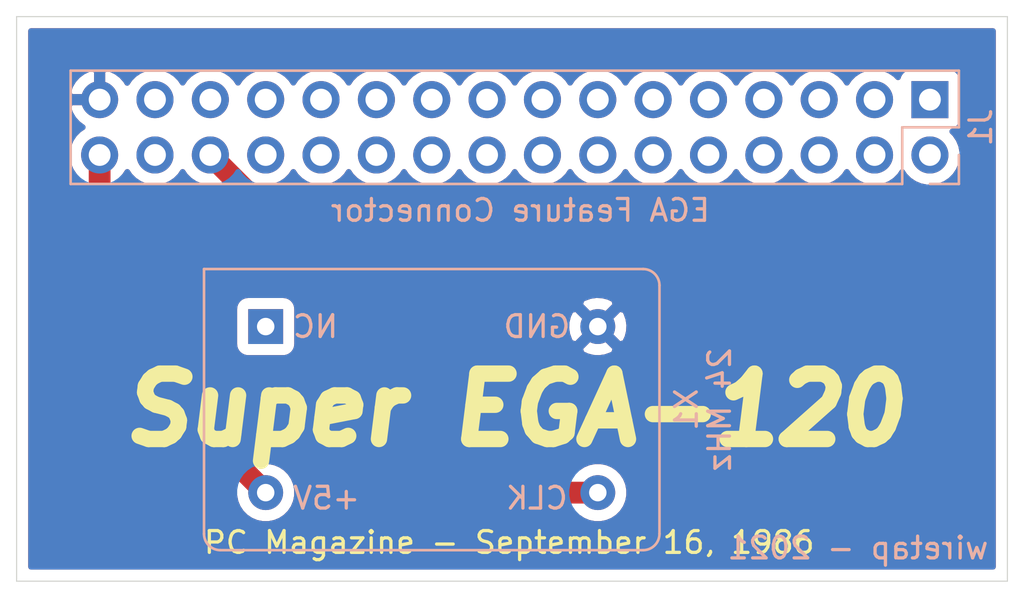
<source format=kicad_pcb>
(kicad_pcb (version 20171130) (host pcbnew "(5.1.6)-1")

  (general
    (thickness 1.6)
    (drawings 13)
    (tracks 4)
    (zones 0)
    (modules 2)
    (nets 34)
  )

  (page A4)
  (layers
    (0 F.Cu signal)
    (31 B.Cu signal)
    (32 B.Adhes user)
    (33 F.Adhes user)
    (34 B.Paste user)
    (35 F.Paste user)
    (36 B.SilkS user)
    (37 F.SilkS user)
    (38 B.Mask user)
    (39 F.Mask user)
    (40 Dwgs.User user)
    (41 Cmts.User user)
    (42 Eco1.User user)
    (43 Eco2.User user)
    (44 Edge.Cuts user)
    (45 Margin user)
    (46 B.CrtYd user)
    (47 F.CrtYd user)
    (48 B.Fab user)
    (49 F.Fab user)
  )

  (setup
    (last_trace_width 1)
    (user_trace_width 1)
    (trace_clearance 0.2)
    (zone_clearance 0.508)
    (zone_45_only no)
    (trace_min 0.2)
    (via_size 0.8)
    (via_drill 0.4)
    (via_min_size 0.4)
    (via_min_drill 0.3)
    (uvia_size 0.3)
    (uvia_drill 0.1)
    (uvias_allowed no)
    (uvia_min_size 0.2)
    (uvia_min_drill 0.1)
    (edge_width 0.05)
    (segment_width 0.2)
    (pcb_text_width 0.3)
    (pcb_text_size 1.5 1.5)
    (mod_edge_width 0.12)
    (mod_text_size 1 1)
    (mod_text_width 0.15)
    (pad_size 1.524 1.524)
    (pad_drill 0.762)
    (pad_to_mask_clearance 0.05)
    (aux_axis_origin 0 0)
    (visible_elements FFFFFF7F)
    (pcbplotparams
      (layerselection 0x010fc_ffffffff)
      (usegerberextensions false)
      (usegerberattributes true)
      (usegerberadvancedattributes true)
      (creategerberjobfile true)
      (excludeedgelayer true)
      (linewidth 0.100000)
      (plotframeref false)
      (viasonmask false)
      (mode 1)
      (useauxorigin false)
      (hpglpennumber 1)
      (hpglpenspeed 20)
      (hpglpendiameter 15.000000)
      (psnegative false)
      (psa4output false)
      (plotreference true)
      (plotvalue true)
      (plotinvisibletext false)
      (padsonsilk false)
      (subtractmaskfromsilk false)
      (outputformat 1)
      (mirror false)
      (drillshape 0)
      (scaleselection 1)
      (outputdirectory "//192.168.1.100/Personal/Charlie/Projects/EGA 120 Column Adapter/Super EGA-120/Super EGA-120/gerbers/"))
  )

  (net 0 "")
  (net 1 "Net-(J1-Pad1)")
  (net 2 "Net-(J1-Pad2)")
  (net 3 "Net-(J1-Pad3)")
  (net 4 "Net-(J1-Pad4)")
  (net 5 "Net-(J1-Pad5)")
  (net 6 "Net-(J1-Pad6)")
  (net 7 "Net-(J1-Pad7)")
  (net 8 "Net-(J1-Pad8)")
  (net 9 "Net-(J1-Pad9)")
  (net 10 "Net-(J1-Pad10)")
  (net 11 "Net-(J1-Pad11)")
  (net 12 "Net-(J1-Pad12)")
  (net 13 "Net-(J1-Pad13)")
  (net 14 "Net-(J1-Pad14)")
  (net 15 "Net-(J1-Pad15)")
  (net 16 "Net-(J1-Pad16)")
  (net 17 "Net-(J1-Pad17)")
  (net 18 "Net-(J1-Pad18)")
  (net 19 "Net-(J1-Pad19)")
  (net 20 "Net-(J1-Pad20)")
  (net 21 "Net-(J1-Pad21)")
  (net 22 "Net-(J1-Pad22)")
  (net 23 "Net-(J1-Pad23)")
  (net 24 "Net-(J1-Pad24)")
  (net 25 "Net-(J1-Pad25)")
  (net 26 "Net-(J1-Pad26)")
  (net 27 "Net-(J1-Pad27)")
  (net 28 "Net-(J1-Pad28)")
  (net 29 "Net-(J1-Pad29)")
  (net 30 "Net-(J1-Pad30)")
  (net 31 "Net-(J1-Pad31)")
  (net 32 "Net-(J1-Pad32)")
  (net 33 "Net-(X1-Pad1)")

  (net_class Default "This is the default net class."
    (clearance 0.2)
    (trace_width 0.25)
    (via_dia 0.8)
    (via_drill 0.4)
    (uvia_dia 0.3)
    (uvia_drill 0.1)
    (add_net "Net-(J1-Pad1)")
    (add_net "Net-(J1-Pad10)")
    (add_net "Net-(J1-Pad11)")
    (add_net "Net-(J1-Pad12)")
    (add_net "Net-(J1-Pad13)")
    (add_net "Net-(J1-Pad14)")
    (add_net "Net-(J1-Pad15)")
    (add_net "Net-(J1-Pad16)")
    (add_net "Net-(J1-Pad17)")
    (add_net "Net-(J1-Pad18)")
    (add_net "Net-(J1-Pad19)")
    (add_net "Net-(J1-Pad2)")
    (add_net "Net-(J1-Pad20)")
    (add_net "Net-(J1-Pad21)")
    (add_net "Net-(J1-Pad22)")
    (add_net "Net-(J1-Pad23)")
    (add_net "Net-(J1-Pad24)")
    (add_net "Net-(J1-Pad25)")
    (add_net "Net-(J1-Pad26)")
    (add_net "Net-(J1-Pad27)")
    (add_net "Net-(J1-Pad28)")
    (add_net "Net-(J1-Pad29)")
    (add_net "Net-(J1-Pad3)")
    (add_net "Net-(J1-Pad30)")
    (add_net "Net-(J1-Pad31)")
    (add_net "Net-(J1-Pad32)")
    (add_net "Net-(J1-Pad4)")
    (add_net "Net-(J1-Pad5)")
    (add_net "Net-(J1-Pad6)")
    (add_net "Net-(J1-Pad7)")
    (add_net "Net-(J1-Pad8)")
    (add_net "Net-(J1-Pad9)")
    (add_net "Net-(X1-Pad1)")
  )

  (module Connector_PinHeader_2.54mm:PinHeader_2x16_P2.54mm_Vertical (layer B.Cu) (tedit 60369D5E) (tstamp 6036A1F2)
    (at 165.862 89.662 90)
    (descr "Through hole straight pin header, 2x16, 2.54mm pitch, double rows")
    (tags "Through hole pin header THT 2x16 2.54mm double row")
    (path /603695F6)
    (fp_text reference J1 (at 1.27 2.33 90) (layer B.SilkS)
      (effects (font (size 1 1) (thickness 0.15)) (justify mirror))
    )
    (fp_text value "EGA Feature Connector" (at -2.54 -18.796 180) (layer B.Fab)
      (effects (font (size 1 1) (thickness 0.15)) (justify mirror))
    )
    (fp_line (start 4.35 1.8) (end -1.8 1.8) (layer B.CrtYd) (width 0.05))
    (fp_line (start 4.35 -39.9) (end 4.35 1.8) (layer B.CrtYd) (width 0.05))
    (fp_line (start -1.8 -39.9) (end 4.35 -39.9) (layer B.CrtYd) (width 0.05))
    (fp_line (start -1.8 1.8) (end -1.8 -39.9) (layer B.CrtYd) (width 0.05))
    (fp_line (start -1.33 1.33) (end 0 1.33) (layer B.SilkS) (width 0.12))
    (fp_line (start -1.33 0) (end -1.33 1.33) (layer B.SilkS) (width 0.12))
    (fp_line (start 1.27 1.33) (end 3.87 1.33) (layer B.SilkS) (width 0.12))
    (fp_line (start 1.27 -1.27) (end 1.27 1.33) (layer B.SilkS) (width 0.12))
    (fp_line (start -1.33 -1.27) (end 1.27 -1.27) (layer B.SilkS) (width 0.12))
    (fp_line (start 3.87 1.33) (end 3.87 -39.43) (layer B.SilkS) (width 0.12))
    (fp_line (start -1.33 -1.27) (end -1.33 -39.43) (layer B.SilkS) (width 0.12))
    (fp_line (start -1.33 -39.43) (end 3.87 -39.43) (layer B.SilkS) (width 0.12))
    (fp_line (start -1.27 0) (end 0 1.27) (layer B.Fab) (width 0.1))
    (fp_line (start -1.27 -39.37) (end -1.27 0) (layer B.Fab) (width 0.1))
    (fp_line (start 3.81 -39.37) (end -1.27 -39.37) (layer B.Fab) (width 0.1))
    (fp_line (start 3.81 1.27) (end 3.81 -39.37) (layer B.Fab) (width 0.1))
    (fp_line (start 0 1.27) (end 3.81 1.27) (layer B.Fab) (width 0.1))
    (fp_text user %R (at 1.27 -19.05) (layer B.Fab)
      (effects (font (size 1 1) (thickness 0.15)) (justify mirror))
    )
    (pad 2 thru_hole oval (at 0 0 90) (size 1.7 1.7) (drill 1) (layers *.Cu *.Mask)
      (net 2 "Net-(J1-Pad2)"))
    (pad 1 thru_hole rect (at 2.54 0 90) (size 1.7 1.7) (drill 1) (layers *.Cu *.Mask)
      (net 1 "Net-(J1-Pad1)"))
    (pad 4 thru_hole oval (at 0 -2.54 90) (size 1.7 1.7) (drill 1) (layers *.Cu *.Mask)
      (net 4 "Net-(J1-Pad4)"))
    (pad 3 thru_hole oval (at 2.54 -2.54 90) (size 1.7 1.7) (drill 1) (layers *.Cu *.Mask)
      (net 3 "Net-(J1-Pad3)"))
    (pad 6 thru_hole oval (at 0 -5.08 90) (size 1.7 1.7) (drill 1) (layers *.Cu *.Mask)
      (net 6 "Net-(J1-Pad6)"))
    (pad 5 thru_hole oval (at 2.54 -5.08 90) (size 1.7 1.7) (drill 1) (layers *.Cu *.Mask)
      (net 5 "Net-(J1-Pad5)"))
    (pad 8 thru_hole oval (at 0 -7.62 90) (size 1.7 1.7) (drill 1) (layers *.Cu *.Mask)
      (net 8 "Net-(J1-Pad8)"))
    (pad 7 thru_hole oval (at 2.54 -7.62 90) (size 1.7 1.7) (drill 1) (layers *.Cu *.Mask)
      (net 7 "Net-(J1-Pad7)"))
    (pad 10 thru_hole oval (at 0 -10.16 90) (size 1.7 1.7) (drill 1) (layers *.Cu *.Mask)
      (net 10 "Net-(J1-Pad10)"))
    (pad 9 thru_hole oval (at 2.54 -10.16 90) (size 1.7 1.7) (drill 1) (layers *.Cu *.Mask)
      (net 9 "Net-(J1-Pad9)"))
    (pad 12 thru_hole oval (at 0 -12.7 90) (size 1.7 1.7) (drill 1) (layers *.Cu *.Mask)
      (net 12 "Net-(J1-Pad12)"))
    (pad 11 thru_hole oval (at 2.54 -12.7 90) (size 1.7 1.7) (drill 1) (layers *.Cu *.Mask)
      (net 11 "Net-(J1-Pad11)"))
    (pad 14 thru_hole oval (at 0 -15.24 90) (size 1.7 1.7) (drill 1) (layers *.Cu *.Mask)
      (net 14 "Net-(J1-Pad14)"))
    (pad 13 thru_hole oval (at 2.54 -15.24 90) (size 1.7 1.7) (drill 1) (layers *.Cu *.Mask)
      (net 13 "Net-(J1-Pad13)"))
    (pad 16 thru_hole oval (at 0 -17.78 90) (size 1.7 1.7) (drill 1) (layers *.Cu *.Mask)
      (net 16 "Net-(J1-Pad16)"))
    (pad 15 thru_hole oval (at 2.54 -17.78 90) (size 1.7 1.7) (drill 1) (layers *.Cu *.Mask)
      (net 15 "Net-(J1-Pad15)"))
    (pad 18 thru_hole oval (at 0 -20.32 90) (size 1.7 1.7) (drill 1) (layers *.Cu *.Mask)
      (net 18 "Net-(J1-Pad18)"))
    (pad 17 thru_hole oval (at 2.54 -20.32 90) (size 1.7 1.7) (drill 1) (layers *.Cu *.Mask)
      (net 17 "Net-(J1-Pad17)"))
    (pad 20 thru_hole oval (at 0 -22.86 90) (size 1.7 1.7) (drill 1) (layers *.Cu *.Mask)
      (net 20 "Net-(J1-Pad20)"))
    (pad 19 thru_hole oval (at 2.54 -22.86 90) (size 1.7 1.7) (drill 1) (layers *.Cu *.Mask)
      (net 19 "Net-(J1-Pad19)"))
    (pad 22 thru_hole oval (at 0 -25.4 90) (size 1.7 1.7) (drill 1) (layers *.Cu *.Mask)
      (net 22 "Net-(J1-Pad22)"))
    (pad 21 thru_hole oval (at 2.54 -25.4 90) (size 1.7 1.7) (drill 1) (layers *.Cu *.Mask)
      (net 21 "Net-(J1-Pad21)"))
    (pad 24 thru_hole oval (at 0 -27.94 90) (size 1.7 1.7) (drill 1) (layers *.Cu *.Mask)
      (net 24 "Net-(J1-Pad24)"))
    (pad 23 thru_hole oval (at 2.54 -27.94 90) (size 1.7 1.7) (drill 1) (layers *.Cu *.Mask)
      (net 23 "Net-(J1-Pad23)"))
    (pad 26 thru_hole oval (at 0 -30.48 90) (size 1.7 1.7) (drill 1) (layers *.Cu *.Mask)
      (net 26 "Net-(J1-Pad26)"))
    (pad 25 thru_hole oval (at 2.54 -30.48 90) (size 1.7 1.7) (drill 1) (layers *.Cu *.Mask)
      (net 25 "Net-(J1-Pad25)"))
    (pad 28 thru_hole oval (at 0 -33.02 90) (size 1.7 1.7) (drill 1) (layers *.Cu *.Mask)
      (net 28 "Net-(J1-Pad28)"))
    (pad 27 thru_hole oval (at 2.54 -33.02 90) (size 1.7 1.7) (drill 1) (layers *.Cu *.Mask)
      (net 27 "Net-(J1-Pad27)"))
    (pad 30 thru_hole oval (at 0 -35.56 90) (size 1.7 1.7) (drill 1) (layers *.Cu *.Mask)
      (net 30 "Net-(J1-Pad30)"))
    (pad 29 thru_hole oval (at 2.54 -35.56 90) (size 1.7 1.7) (drill 1) (layers *.Cu *.Mask)
      (net 29 "Net-(J1-Pad29)"))
    (pad 32 thru_hole oval (at 0 -38.1 90) (size 1.7 1.7) (drill 1) (layers *.Cu *.Mask)
      (net 32 "Net-(J1-Pad32)"))
    (pad 31 thru_hole oval (at 2.54 -38.1 90) (size 1.7 1.7) (drill 1) (layers *.Cu *.Mask)
      (net 31 "Net-(J1-Pad31)"))
    (model ${KISYS3DMOD}/Connector_PinHeader_2.54mm.3dshapes/PinHeader_2x16_P2.54mm_Vertical.wrl
      (at (xyz 0 0 0))
      (scale (xyz 1 1 1))
      (rotate (xyz 0 0 0))
    )
  )

  (module Oscillator:Oscillator_DIP-14 (layer B.Cu) (tedit 58CD3344) (tstamp 6036A214)
    (at 135.382 97.536)
    (descr "Oscillator, DIP14, http://cdn-reichelt.de/documents/datenblatt/B400/OSZI.pdf")
    (tags oscillator)
    (path /603706F9)
    (fp_text reference X1 (at 19.304 3.81 90) (layer B.SilkS)
      (effects (font (size 1 1) (thickness 0.15)) (justify mirror))
    )
    (fp_text value 24MHz (at 7.62 5.588) (layer B.Fab)
      (effects (font (size 1 1) (thickness 0.15)) (justify mirror))
    )
    (fp_line (start -2.73 -2.54) (end -2.73 9.51) (layer B.Fab) (width 0.1))
    (fp_line (start -2.08 10.16) (end 17.32 10.16) (layer B.Fab) (width 0.1))
    (fp_line (start 17.97 9.51) (end 17.97 -1.89) (layer B.Fab) (width 0.1))
    (fp_line (start -2.73 -2.54) (end 17.32 -2.54) (layer B.Fab) (width 0.1))
    (fp_line (start -2.83 -2.64) (end 17.32 -2.64) (layer B.SilkS) (width 0.12))
    (fp_line (start 18.07 -1.89) (end 18.07 9.51) (layer B.SilkS) (width 0.12))
    (fp_line (start 17.32 10.26) (end -2.08 10.26) (layer B.SilkS) (width 0.12))
    (fp_line (start -2.83 9.51) (end -2.83 -2.64) (layer B.SilkS) (width 0.12))
    (fp_line (start -1.73 -1.54) (end 16.62 -1.54) (layer B.Fab) (width 0.1))
    (fp_line (start -1.73 -1.54) (end -1.73 8.81) (layer B.Fab) (width 0.1))
    (fp_line (start -1.38 9.16) (end 16.62 9.16) (layer B.Fab) (width 0.1))
    (fp_line (start 16.97 -1.19) (end 16.97 8.81) (layer B.Fab) (width 0.1))
    (fp_line (start -2.98 -2.79) (end 18.22 -2.79) (layer B.CrtYd) (width 0.05))
    (fp_line (start -2.98 10.41) (end -2.98 -2.79) (layer B.CrtYd) (width 0.05))
    (fp_line (start 18.22 10.41) (end -2.98 10.41) (layer B.CrtYd) (width 0.05))
    (fp_line (start 18.22 -2.79) (end 18.22 10.41) (layer B.CrtYd) (width 0.05))
    (fp_text user %R (at 7.62 3.81) (layer B.Fab)
      (effects (font (size 1 1) (thickness 0.15)) (justify mirror))
    )
    (fp_arc (start 16.62 -1.19) (end 16.97 -1.19) (angle -90) (layer B.Fab) (width 0.1))
    (fp_arc (start 16.62 8.81) (end 16.62 9.16) (angle -90) (layer B.Fab) (width 0.1))
    (fp_arc (start -1.38 8.81) (end -1.73 8.81) (angle -90) (layer B.Fab) (width 0.1))
    (fp_arc (start 17.32 -1.89) (end 18.07 -1.89) (angle -90) (layer B.SilkS) (width 0.12))
    (fp_arc (start 17.32 9.51) (end 17.32 10.26) (angle -90) (layer B.SilkS) (width 0.12))
    (fp_arc (start -2.08 9.51) (end -2.83 9.51) (angle -90) (layer B.SilkS) (width 0.12))
    (fp_arc (start 17.32 -1.89) (end 17.97 -1.89) (angle -90) (layer B.Fab) (width 0.1))
    (fp_arc (start 17.32 9.51) (end 17.32 10.16) (angle -90) (layer B.Fab) (width 0.1))
    (fp_arc (start -2.08 9.51) (end -2.73 9.51) (angle -90) (layer B.Fab) (width 0.1))
    (pad 1 thru_hole rect (at 0 0) (size 1.6 1.6) (drill 0.8) (layers *.Cu *.Mask)
      (net 33 "Net-(X1-Pad1)"))
    (pad 14 thru_hole circle (at 0 7.62) (size 1.6 1.6) (drill 0.8) (layers *.Cu *.Mask)
      (net 32 "Net-(J1-Pad32)"))
    (pad 8 thru_hole circle (at 15.24 7.62) (size 1.6 1.6) (drill 0.8) (layers *.Cu *.Mask)
      (net 28 "Net-(J1-Pad28)"))
    (pad 7 thru_hole circle (at 15.24 0) (size 1.6 1.6) (drill 0.8) (layers *.Cu *.Mask)
      (net 31 "Net-(J1-Pad31)"))
    (model ${KISYS3DMOD}/Oscillator.3dshapes/Oscillator_DIP-14.wrl
      (at (xyz 0 0 0))
      (scale (xyz 1 1 1))
      (rotate (xyz 0 0 0))
    )
  )

  (gr_text "PC Magazine - September 16, 1986" (at 146.558 107.442) (layer F.SilkS)
    (effects (font (size 1 1) (thickness 0.15)))
  )
  (gr_text "wiretap - 2021" (at 162.56 107.696) (layer B.SilkS)
    (effects (font (size 1 1) (thickness 0.15)) (justify mirror))
  )
  (gr_text "Super EGA-120" (at 146.812 101.346) (layer F.SilkS)
    (effects (font (size 3 3) (thickness 0.75) italic))
  )
  (gr_text "24 MHz" (at 156.21 101.346 90) (layer B.SilkS)
    (effects (font (size 1 1) (thickness 0.15)) (justify mirror))
  )
  (gr_text "EGA Feature Connector" (at 147.066 92.202) (layer B.SilkS)
    (effects (font (size 1 1) (thickness 0.15)) (justify mirror))
  )
  (gr_line (start 123.952 109.22) (end 123.952 83.312) (layer Edge.Cuts) (width 0.05) (tstamp 60370CA8))
  (gr_line (start 169.418 109.22) (end 123.952 109.22) (layer Edge.Cuts) (width 0.05))
  (gr_line (start 169.418 83.312) (end 169.418 109.22) (layer Edge.Cuts) (width 0.05))
  (gr_line (start 123.952 83.312) (end 169.418 83.312) (layer Edge.Cuts) (width 0.05))
  (gr_text +5V (at 138.176 105.41) (layer B.SilkS)
    (effects (font (size 1 1) (thickness 0.15)) (justify mirror))
  )
  (gr_text CLK (at 147.828 105.41) (layer B.SilkS)
    (effects (font (size 1 1) (thickness 0.15)) (justify mirror))
  )
  (gr_text NC (at 137.668 97.536) (layer B.SilkS)
    (effects (font (size 1 1) (thickness 0.15)) (justify mirror))
  )
  (gr_text GND (at 147.828 97.536) (layer B.SilkS)
    (effects (font (size 1 1) (thickness 0.15)) (justify mirror))
  )

  (segment (start 148.336 105.156) (end 132.842 89.662) (width 1) (layer F.Cu) (net 28))
  (segment (start 150.622 105.156) (end 148.336 105.156) (width 1) (layer F.Cu) (net 28))
  (segment (start 127.762 97.536) (end 127.762 89.662) (width 1) (layer F.Cu) (net 32))
  (segment (start 135.382 105.156) (end 127.762 97.536) (width 1) (layer F.Cu) (net 32))

  (zone (net 31) (net_name "Net-(J1-Pad31)") (layer B.Cu) (tstamp 60371435) (hatch edge 0.508)
    (connect_pads (clearance 0.508))
    (min_thickness 0.254)
    (fill yes (arc_segments 32) (thermal_gap 0.508) (thermal_bridge_width 0.508))
    (polygon
      (pts
        (xy 170.18 109.982) (xy 123.19 109.982) (xy 123.19 82.55) (xy 170.18 82.55)
      )
    )
    (filled_polygon
      (pts
        (xy 168.758001 108.56) (xy 124.612 108.56) (xy 124.612 105.014665) (xy 133.947 105.014665) (xy 133.947 105.297335)
        (xy 134.002147 105.574574) (xy 134.11032 105.835727) (xy 134.267363 106.070759) (xy 134.467241 106.270637) (xy 134.702273 106.42768)
        (xy 134.963426 106.535853) (xy 135.240665 106.591) (xy 135.523335 106.591) (xy 135.800574 106.535853) (xy 136.061727 106.42768)
        (xy 136.296759 106.270637) (xy 136.496637 106.070759) (xy 136.65368 105.835727) (xy 136.761853 105.574574) (xy 136.817 105.297335)
        (xy 136.817 105.014665) (xy 149.187 105.014665) (xy 149.187 105.297335) (xy 149.242147 105.574574) (xy 149.35032 105.835727)
        (xy 149.507363 106.070759) (xy 149.707241 106.270637) (xy 149.942273 106.42768) (xy 150.203426 106.535853) (xy 150.480665 106.591)
        (xy 150.763335 106.591) (xy 151.040574 106.535853) (xy 151.301727 106.42768) (xy 151.536759 106.270637) (xy 151.736637 106.070759)
        (xy 151.89368 105.835727) (xy 152.001853 105.574574) (xy 152.057 105.297335) (xy 152.057 105.014665) (xy 152.001853 104.737426)
        (xy 151.89368 104.476273) (xy 151.736637 104.241241) (xy 151.536759 104.041363) (xy 151.301727 103.88432) (xy 151.040574 103.776147)
        (xy 150.763335 103.721) (xy 150.480665 103.721) (xy 150.203426 103.776147) (xy 149.942273 103.88432) (xy 149.707241 104.041363)
        (xy 149.507363 104.241241) (xy 149.35032 104.476273) (xy 149.242147 104.737426) (xy 149.187 105.014665) (xy 136.817 105.014665)
        (xy 136.761853 104.737426) (xy 136.65368 104.476273) (xy 136.496637 104.241241) (xy 136.296759 104.041363) (xy 136.061727 103.88432)
        (xy 135.800574 103.776147) (xy 135.523335 103.721) (xy 135.240665 103.721) (xy 134.963426 103.776147) (xy 134.702273 103.88432)
        (xy 134.467241 104.041363) (xy 134.267363 104.241241) (xy 134.11032 104.476273) (xy 134.002147 104.737426) (xy 133.947 105.014665)
        (xy 124.612 105.014665) (xy 124.612 96.736) (xy 133.943928 96.736) (xy 133.943928 98.336) (xy 133.956188 98.460482)
        (xy 133.992498 98.58018) (xy 134.051463 98.690494) (xy 134.130815 98.787185) (xy 134.227506 98.866537) (xy 134.33782 98.925502)
        (xy 134.457518 98.961812) (xy 134.582 98.974072) (xy 136.182 98.974072) (xy 136.306482 98.961812) (xy 136.42618 98.925502)
        (xy 136.536494 98.866537) (xy 136.633185 98.787185) (xy 136.712537 98.690494) (xy 136.771502 98.58018) (xy 136.787117 98.528702)
        (xy 149.808903 98.528702) (xy 149.880486 98.772671) (xy 150.135996 98.893571) (xy 150.410184 98.9623) (xy 150.692512 98.976217)
        (xy 150.97213 98.934787) (xy 151.238292 98.839603) (xy 151.363514 98.772671) (xy 151.435097 98.528702) (xy 150.622 97.715605)
        (xy 149.808903 98.528702) (xy 136.787117 98.528702) (xy 136.807812 98.460482) (xy 136.820072 98.336) (xy 136.820072 97.606512)
        (xy 149.181783 97.606512) (xy 149.223213 97.88613) (xy 149.318397 98.152292) (xy 149.385329 98.277514) (xy 149.629298 98.349097)
        (xy 150.442395 97.536) (xy 150.801605 97.536) (xy 151.614702 98.349097) (xy 151.858671 98.277514) (xy 151.979571 98.022004)
        (xy 152.0483 97.747816) (xy 152.062217 97.465488) (xy 152.020787 97.18587) (xy 151.925603 96.919708) (xy 151.858671 96.794486)
        (xy 151.614702 96.722903) (xy 150.801605 97.536) (xy 150.442395 97.536) (xy 149.629298 96.722903) (xy 149.385329 96.794486)
        (xy 149.264429 97.049996) (xy 149.1957 97.324184) (xy 149.181783 97.606512) (xy 136.820072 97.606512) (xy 136.820072 96.736)
        (xy 136.807812 96.611518) (xy 136.787118 96.543298) (xy 149.808903 96.543298) (xy 150.622 97.356395) (xy 151.435097 96.543298)
        (xy 151.363514 96.299329) (xy 151.108004 96.178429) (xy 150.833816 96.1097) (xy 150.551488 96.095783) (xy 150.27187 96.137213)
        (xy 150.005708 96.232397) (xy 149.880486 96.299329) (xy 149.808903 96.543298) (xy 136.787118 96.543298) (xy 136.771502 96.49182)
        (xy 136.712537 96.381506) (xy 136.633185 96.284815) (xy 136.536494 96.205463) (xy 136.42618 96.146498) (xy 136.306482 96.110188)
        (xy 136.182 96.097928) (xy 134.582 96.097928) (xy 134.457518 96.110188) (xy 134.33782 96.146498) (xy 134.227506 96.205463)
        (xy 134.130815 96.284815) (xy 134.051463 96.381506) (xy 133.992498 96.49182) (xy 133.956188 96.611518) (xy 133.943928 96.736)
        (xy 124.612 96.736) (xy 124.612 89.51574) (xy 126.277 89.51574) (xy 126.277 89.80826) (xy 126.334068 90.095158)
        (xy 126.44601 90.365411) (xy 126.608525 90.608632) (xy 126.815368 90.815475) (xy 127.058589 90.97799) (xy 127.328842 91.089932)
        (xy 127.61574 91.147) (xy 127.90826 91.147) (xy 128.195158 91.089932) (xy 128.465411 90.97799) (xy 128.708632 90.815475)
        (xy 128.915475 90.608632) (xy 129.032 90.43424) (xy 129.148525 90.608632) (xy 129.355368 90.815475) (xy 129.598589 90.97799)
        (xy 129.868842 91.089932) (xy 130.15574 91.147) (xy 130.44826 91.147) (xy 130.735158 91.089932) (xy 131.005411 90.97799)
        (xy 131.248632 90.815475) (xy 131.455475 90.608632) (xy 131.572 90.43424) (xy 131.688525 90.608632) (xy 131.895368 90.815475)
        (xy 132.138589 90.97799) (xy 132.408842 91.089932) (xy 132.69574 91.147) (xy 132.98826 91.147) (xy 133.275158 91.089932)
        (xy 133.545411 90.97799) (xy 133.788632 90.815475) (xy 133.995475 90.608632) (xy 134.112 90.43424) (xy 134.228525 90.608632)
        (xy 134.435368 90.815475) (xy 134.678589 90.97799) (xy 134.948842 91.089932) (xy 135.23574 91.147) (xy 135.52826 91.147)
        (xy 135.815158 91.089932) (xy 136.085411 90.97799) (xy 136.328632 90.815475) (xy 136.535475 90.608632) (xy 136.652 90.43424)
        (xy 136.768525 90.608632) (xy 136.975368 90.815475) (xy 137.218589 90.97799) (xy 137.488842 91.089932) (xy 137.77574 91.147)
        (xy 138.06826 91.147) (xy 138.355158 91.089932) (xy 138.625411 90.97799) (xy 138.868632 90.815475) (xy 139.075475 90.608632)
        (xy 139.192 90.43424) (xy 139.308525 90.608632) (xy 139.515368 90.815475) (xy 139.758589 90.97799) (xy 140.028842 91.089932)
        (xy 140.31574 91.147) (xy 140.60826 91.147) (xy 140.895158 91.089932) (xy 141.165411 90.97799) (xy 141.408632 90.815475)
        (xy 141.615475 90.608632) (xy 141.732 90.43424) (xy 141.848525 90.608632) (xy 142.055368 90.815475) (xy 142.298589 90.97799)
        (xy 142.568842 91.089932) (xy 142.85574 91.147) (xy 143.14826 91.147) (xy 143.435158 91.089932) (xy 143.705411 90.97799)
        (xy 143.948632 90.815475) (xy 144.155475 90.608632) (xy 144.272 90.43424) (xy 144.388525 90.608632) (xy 144.595368 90.815475)
        (xy 144.838589 90.97799) (xy 145.108842 91.089932) (xy 145.39574 91.147) (xy 145.68826 91.147) (xy 145.975158 91.089932)
        (xy 146.245411 90.97799) (xy 146.488632 90.815475) (xy 146.695475 90.608632) (xy 146.812 90.43424) (xy 146.928525 90.608632)
        (xy 147.135368 90.815475) (xy 147.378589 90.97799) (xy 147.648842 91.089932) (xy 147.93574 91.147) (xy 148.22826 91.147)
        (xy 148.515158 91.089932) (xy 148.785411 90.97799) (xy 149.028632 90.815475) (xy 149.235475 90.608632) (xy 149.352 90.43424)
        (xy 149.468525 90.608632) (xy 149.675368 90.815475) (xy 149.918589 90.97799) (xy 150.188842 91.089932) (xy 150.47574 91.147)
        (xy 150.76826 91.147) (xy 151.055158 91.089932) (xy 151.325411 90.97799) (xy 151.568632 90.815475) (xy 151.775475 90.608632)
        (xy 151.892 90.43424) (xy 152.008525 90.608632) (xy 152.215368 90.815475) (xy 152.458589 90.97799) (xy 152.728842 91.089932)
        (xy 153.01574 91.147) (xy 153.30826 91.147) (xy 153.595158 91.089932) (xy 153.865411 90.97799) (xy 154.108632 90.815475)
        (xy 154.315475 90.608632) (xy 154.432 90.43424) (xy 154.548525 90.608632) (xy 154.755368 90.815475) (xy 154.998589 90.97799)
        (xy 155.268842 91.089932) (xy 155.55574 91.147) (xy 155.84826 91.147) (xy 156.135158 91.089932) (xy 156.405411 90.97799)
        (xy 156.648632 90.815475) (xy 156.855475 90.608632) (xy 156.972 90.43424) (xy 157.088525 90.608632) (xy 157.295368 90.815475)
        (xy 157.538589 90.97799) (xy 157.808842 91.089932) (xy 158.09574 91.147) (xy 158.38826 91.147) (xy 158.675158 91.089932)
        (xy 158.945411 90.97799) (xy 159.188632 90.815475) (xy 159.395475 90.608632) (xy 159.512 90.43424) (xy 159.628525 90.608632)
        (xy 159.835368 90.815475) (xy 160.078589 90.97799) (xy 160.348842 91.089932) (xy 160.63574 91.147) (xy 160.92826 91.147)
        (xy 161.215158 91.089932) (xy 161.485411 90.97799) (xy 161.728632 90.815475) (xy 161.935475 90.608632) (xy 162.052 90.43424)
        (xy 162.168525 90.608632) (xy 162.375368 90.815475) (xy 162.618589 90.97799) (xy 162.888842 91.089932) (xy 163.17574 91.147)
        (xy 163.46826 91.147) (xy 163.755158 91.089932) (xy 164.025411 90.97799) (xy 164.268632 90.815475) (xy 164.475475 90.608632)
        (xy 164.592 90.43424) (xy 164.708525 90.608632) (xy 164.915368 90.815475) (xy 165.158589 90.97799) (xy 165.428842 91.089932)
        (xy 165.71574 91.147) (xy 166.00826 91.147) (xy 166.295158 91.089932) (xy 166.565411 90.97799) (xy 166.808632 90.815475)
        (xy 167.015475 90.608632) (xy 167.17799 90.365411) (xy 167.289932 90.095158) (xy 167.347 89.80826) (xy 167.347 89.51574)
        (xy 167.289932 89.228842) (xy 167.17799 88.958589) (xy 167.015475 88.715368) (xy 166.88362 88.583513) (xy 166.95618 88.561502)
        (xy 167.066494 88.502537) (xy 167.163185 88.423185) (xy 167.242537 88.326494) (xy 167.301502 88.21618) (xy 167.337812 88.096482)
        (xy 167.350072 87.972) (xy 167.350072 86.272) (xy 167.337812 86.147518) (xy 167.301502 86.02782) (xy 167.242537 85.917506)
        (xy 167.163185 85.820815) (xy 167.066494 85.741463) (xy 166.95618 85.682498) (xy 166.836482 85.646188) (xy 166.712 85.633928)
        (xy 165.012 85.633928) (xy 164.887518 85.646188) (xy 164.76782 85.682498) (xy 164.657506 85.741463) (xy 164.560815 85.820815)
        (xy 164.481463 85.917506) (xy 164.422498 86.02782) (xy 164.400487 86.10038) (xy 164.268632 85.968525) (xy 164.025411 85.80601)
        (xy 163.755158 85.694068) (xy 163.46826 85.637) (xy 163.17574 85.637) (xy 162.888842 85.694068) (xy 162.618589 85.80601)
        (xy 162.375368 85.968525) (xy 162.168525 86.175368) (xy 162.052 86.34976) (xy 161.935475 86.175368) (xy 161.728632 85.968525)
        (xy 161.485411 85.80601) (xy 161.215158 85.694068) (xy 160.92826 85.637) (xy 160.63574 85.637) (xy 160.348842 85.694068)
        (xy 160.078589 85.80601) (xy 159.835368 85.968525) (xy 159.628525 86.175368) (xy 159.512 86.34976) (xy 159.395475 86.175368)
        (xy 159.188632 85.968525) (xy 158.945411 85.80601) (xy 158.675158 85.694068) (xy 158.38826 85.637) (xy 158.09574 85.637)
        (xy 157.808842 85.694068) (xy 157.538589 85.80601) (xy 157.295368 85.968525) (xy 157.088525 86.175368) (xy 156.972 86.34976)
        (xy 156.855475 86.175368) (xy 156.648632 85.968525) (xy 156.405411 85.80601) (xy 156.135158 85.694068) (xy 155.84826 85.637)
        (xy 155.55574 85.637) (xy 155.268842 85.694068) (xy 154.998589 85.80601) (xy 154.755368 85.968525) (xy 154.548525 86.175368)
        (xy 154.432 86.34976) (xy 154.315475 86.175368) (xy 154.108632 85.968525) (xy 153.865411 85.80601) (xy 153.595158 85.694068)
        (xy 153.30826 85.637) (xy 153.01574 85.637) (xy 152.728842 85.694068) (xy 152.458589 85.80601) (xy 152.215368 85.968525)
        (xy 152.008525 86.175368) (xy 151.892 86.34976) (xy 151.775475 86.175368) (xy 151.568632 85.968525) (xy 151.325411 85.80601)
        (xy 151.055158 85.694068) (xy 150.76826 85.637) (xy 150.47574 85.637) (xy 150.188842 85.694068) (xy 149.918589 85.80601)
        (xy 149.675368 85.968525) (xy 149.468525 86.175368) (xy 149.352 86.34976) (xy 149.235475 86.175368) (xy 149.028632 85.968525)
        (xy 148.785411 85.80601) (xy 148.515158 85.694068) (xy 148.22826 85.637) (xy 147.93574 85.637) (xy 147.648842 85.694068)
        (xy 147.378589 85.80601) (xy 147.135368 85.968525) (xy 146.928525 86.175368) (xy 146.812 86.34976) (xy 146.695475 86.175368)
        (xy 146.488632 85.968525) (xy 146.245411 85.80601) (xy 145.975158 85.694068) (xy 145.68826 85.637) (xy 145.39574 85.637)
        (xy 145.108842 85.694068) (xy 144.838589 85.80601) (xy 144.595368 85.968525) (xy 144.388525 86.175368) (xy 144.272 86.34976)
        (xy 144.155475 86.175368) (xy 143.948632 85.968525) (xy 143.705411 85.80601) (xy 143.435158 85.694068) (xy 143.14826 85.637)
        (xy 142.85574 85.637) (xy 142.568842 85.694068) (xy 142.298589 85.80601) (xy 142.055368 85.968525) (xy 141.848525 86.175368)
        (xy 141.732 86.34976) (xy 141.615475 86.175368) (xy 141.408632 85.968525) (xy 141.165411 85.80601) (xy 140.895158 85.694068)
        (xy 140.60826 85.637) (xy 140.31574 85.637) (xy 140.028842 85.694068) (xy 139.758589 85.80601) (xy 139.515368 85.968525)
        (xy 139.308525 86.175368) (xy 139.192 86.34976) (xy 139.075475 86.175368) (xy 138.868632 85.968525) (xy 138.625411 85.80601)
        (xy 138.355158 85.694068) (xy 138.06826 85.637) (xy 137.77574 85.637) (xy 137.488842 85.694068) (xy 137.218589 85.80601)
        (xy 136.975368 85.968525) (xy 136.768525 86.175368) (xy 136.652 86.34976) (xy 136.535475 86.175368) (xy 136.328632 85.968525)
        (xy 136.085411 85.80601) (xy 135.815158 85.694068) (xy 135.52826 85.637) (xy 135.23574 85.637) (xy 134.948842 85.694068)
        (xy 134.678589 85.80601) (xy 134.435368 85.968525) (xy 134.228525 86.175368) (xy 134.112 86.34976) (xy 133.995475 86.175368)
        (xy 133.788632 85.968525) (xy 133.545411 85.80601) (xy 133.275158 85.694068) (xy 132.98826 85.637) (xy 132.69574 85.637)
        (xy 132.408842 85.694068) (xy 132.138589 85.80601) (xy 131.895368 85.968525) (xy 131.688525 86.175368) (xy 131.572 86.34976)
        (xy 131.455475 86.175368) (xy 131.248632 85.968525) (xy 131.005411 85.80601) (xy 130.735158 85.694068) (xy 130.44826 85.637)
        (xy 130.15574 85.637) (xy 129.868842 85.694068) (xy 129.598589 85.80601) (xy 129.355368 85.968525) (xy 129.148525 86.175368)
        (xy 129.026805 86.357534) (xy 128.957178 86.240645) (xy 128.762269 86.024412) (xy 128.52892 85.850359) (xy 128.266099 85.725175)
        (xy 128.11889 85.680524) (xy 127.889 85.801845) (xy 127.889 86.995) (xy 127.909 86.995) (xy 127.909 87.249)
        (xy 127.889 87.249) (xy 127.889 87.269) (xy 127.635 87.269) (xy 127.635 87.249) (xy 126.441186 87.249)
        (xy 126.320519 87.478891) (xy 126.417843 87.753252) (xy 126.566822 88.003355) (xy 126.761731 88.219588) (xy 126.991406 88.3909)
        (xy 126.815368 88.508525) (xy 126.608525 88.715368) (xy 126.44601 88.958589) (xy 126.334068 89.228842) (xy 126.277 89.51574)
        (xy 124.612 89.51574) (xy 124.612 86.765109) (xy 126.320519 86.765109) (xy 126.441186 86.995) (xy 127.635 86.995)
        (xy 127.635 85.801845) (xy 127.40511 85.680524) (xy 127.257901 85.725175) (xy 126.99508 85.850359) (xy 126.761731 86.024412)
        (xy 126.566822 86.240645) (xy 126.417843 86.490748) (xy 126.320519 86.765109) (xy 124.612 86.765109) (xy 124.612 83.972)
        (xy 168.758 83.972)
      )
    )
  )
  (zone (net 31) (net_name "Net-(J1-Pad31)") (layer F.Cu) (tstamp 60371432) (hatch edge 0.508)
    (connect_pads (clearance 0.508))
    (min_thickness 0.254)
    (fill yes (arc_segments 32) (thermal_gap 0.508) (thermal_bridge_width 0.508))
    (polygon
      (pts
        (xy 170.18 109.982) (xy 123.19 109.982) (xy 123.19 82.55) (xy 170.18 82.55)
      )
    )
    (filled_polygon
      (pts
        (xy 168.758001 108.56) (xy 124.612 108.56) (xy 124.612 89.51574) (xy 126.277 89.51574) (xy 126.277 89.80826)
        (xy 126.334068 90.095158) (xy 126.44601 90.365411) (xy 126.608525 90.608632) (xy 126.627001 90.627108) (xy 126.627 97.480248)
        (xy 126.621509 97.536) (xy 126.627 97.591751) (xy 126.643423 97.758498) (xy 126.708324 97.972446) (xy 126.813716 98.169623)
        (xy 126.955551 98.342449) (xy 126.998865 98.377996) (xy 133.95415 105.333282) (xy 134.002147 105.574574) (xy 134.11032 105.835727)
        (xy 134.267363 106.070759) (xy 134.467241 106.270637) (xy 134.702273 106.42768) (xy 134.963426 106.535853) (xy 135.240665 106.591)
        (xy 135.523335 106.591) (xy 135.800574 106.535853) (xy 136.061727 106.42768) (xy 136.296759 106.270637) (xy 136.496637 106.070759)
        (xy 136.65368 105.835727) (xy 136.761853 105.574574) (xy 136.817 105.297335) (xy 136.817 105.014665) (xy 136.761853 104.737426)
        (xy 136.65368 104.476273) (xy 136.496637 104.241241) (xy 136.296759 104.041363) (xy 136.061727 103.88432) (xy 135.800574 103.776147)
        (xy 135.559282 103.72815) (xy 128.897 97.065869) (xy 128.897 96.736) (xy 133.943928 96.736) (xy 133.943928 98.336)
        (xy 133.956188 98.460482) (xy 133.992498 98.58018) (xy 134.051463 98.690494) (xy 134.130815 98.787185) (xy 134.227506 98.866537)
        (xy 134.33782 98.925502) (xy 134.457518 98.961812) (xy 134.582 98.974072) (xy 136.182 98.974072) (xy 136.306482 98.961812)
        (xy 136.42618 98.925502) (xy 136.536494 98.866537) (xy 136.633185 98.787185) (xy 136.712537 98.690494) (xy 136.771502 98.58018)
        (xy 136.807812 98.460482) (xy 136.820072 98.336) (xy 136.820072 96.736) (xy 136.807812 96.611518) (xy 136.771502 96.49182)
        (xy 136.712537 96.381506) (xy 136.633185 96.284815) (xy 136.536494 96.205463) (xy 136.42618 96.146498) (xy 136.306482 96.110188)
        (xy 136.182 96.097928) (xy 134.582 96.097928) (xy 134.457518 96.110188) (xy 134.33782 96.146498) (xy 134.227506 96.205463)
        (xy 134.130815 96.284815) (xy 134.051463 96.381506) (xy 133.992498 96.49182) (xy 133.956188 96.611518) (xy 133.943928 96.736)
        (xy 128.897 96.736) (xy 128.897 90.627107) (xy 128.915475 90.608632) (xy 129.032 90.43424) (xy 129.148525 90.608632)
        (xy 129.355368 90.815475) (xy 129.598589 90.97799) (xy 129.868842 91.089932) (xy 130.15574 91.147) (xy 130.44826 91.147)
        (xy 130.735158 91.089932) (xy 131.005411 90.97799) (xy 131.248632 90.815475) (xy 131.455475 90.608632) (xy 131.572 90.43424)
        (xy 131.688525 90.608632) (xy 131.895368 90.815475) (xy 132.138589 90.97799) (xy 132.408842 91.089932) (xy 132.69574 91.147)
        (xy 132.721869 91.147) (xy 147.494009 105.919141) (xy 147.529551 105.962449) (xy 147.702377 106.104284) (xy 147.899551 106.209675)
        (xy 147.899553 106.209676) (xy 148.113501 106.274577) (xy 148.336 106.296491) (xy 148.391751 106.291) (xy 149.737716 106.291)
        (xy 149.942273 106.42768) (xy 150.203426 106.535853) (xy 150.480665 106.591) (xy 150.763335 106.591) (xy 151.040574 106.535853)
        (xy 151.301727 106.42768) (xy 151.536759 106.270637) (xy 151.736637 106.070759) (xy 151.89368 105.835727) (xy 152.001853 105.574574)
        (xy 152.057 105.297335) (xy 152.057 105.014665) (xy 152.001853 104.737426) (xy 151.89368 104.476273) (xy 151.736637 104.241241)
        (xy 151.536759 104.041363) (xy 151.301727 103.88432) (xy 151.040574 103.776147) (xy 150.763335 103.721) (xy 150.480665 103.721)
        (xy 150.203426 103.776147) (xy 149.942273 103.88432) (xy 149.737716 104.021) (xy 148.806132 104.021) (xy 143.313834 98.528702)
        (xy 149.808903 98.528702) (xy 149.880486 98.772671) (xy 150.135996 98.893571) (xy 150.410184 98.9623) (xy 150.692512 98.976217)
        (xy 150.97213 98.934787) (xy 151.238292 98.839603) (xy 151.363514 98.772671) (xy 151.435097 98.528702) (xy 150.622 97.715605)
        (xy 149.808903 98.528702) (xy 143.313834 98.528702) (xy 142.391644 97.606512) (xy 149.181783 97.606512) (xy 149.223213 97.88613)
        (xy 149.318397 98.152292) (xy 149.385329 98.277514) (xy 149.629298 98.349097) (xy 150.442395 97.536) (xy 150.801605 97.536)
        (xy 151.614702 98.349097) (xy 151.858671 98.277514) (xy 151.979571 98.022004) (xy 152.0483 97.747816) (xy 152.062217 97.465488)
        (xy 152.020787 97.18587) (xy 151.925603 96.919708) (xy 151.858671 96.794486) (xy 151.614702 96.722903) (xy 150.801605 97.536)
        (xy 150.442395 97.536) (xy 149.629298 96.722903) (xy 149.385329 96.794486) (xy 149.264429 97.049996) (xy 149.1957 97.324184)
        (xy 149.181783 97.606512) (xy 142.391644 97.606512) (xy 141.32843 96.543298) (xy 149.808903 96.543298) (xy 150.622 97.356395)
        (xy 151.435097 96.543298) (xy 151.363514 96.299329) (xy 151.108004 96.178429) (xy 150.833816 96.1097) (xy 150.551488 96.095783)
        (xy 150.27187 96.137213) (xy 150.005708 96.232397) (xy 149.880486 96.299329) (xy 149.808903 96.543298) (xy 141.32843 96.543298)
        (xy 135.857517 91.072386) (xy 136.085411 90.97799) (xy 136.328632 90.815475) (xy 136.535475 90.608632) (xy 136.652 90.43424)
        (xy 136.768525 90.608632) (xy 136.975368 90.815475) (xy 137.218589 90.97799) (xy 137.488842 91.089932) (xy 137.77574 91.147)
        (xy 138.06826 91.147) (xy 138.355158 91.089932) (xy 138.625411 90.97799) (xy 138.868632 90.815475) (xy 139.075475 90.608632)
        (xy 139.192 90.43424) (xy 139.308525 90.608632) (xy 139.515368 90.815475) (xy 139.758589 90.97799) (xy 140.028842 91.089932)
        (xy 140.31574 91.147) (xy 140.60826 91.147) (xy 140.895158 91.089932) (xy 141.165411 90.97799) (xy 141.408632 90.815475)
        (xy 141.615475 90.608632) (xy 141.732 90.43424) (xy 141.848525 90.608632) (xy 142.055368 90.815475) (xy 142.298589 90.97799)
        (xy 142.568842 91.089932) (xy 142.85574 91.147) (xy 143.14826 91.147) (xy 143.435158 91.089932) (xy 143.705411 90.97799)
        (xy 143.948632 90.815475) (xy 144.155475 90.608632) (xy 144.272 90.43424) (xy 144.388525 90.608632) (xy 144.595368 90.815475)
        (xy 144.838589 90.97799) (xy 145.108842 91.089932) (xy 145.39574 91.147) (xy 145.68826 91.147) (xy 145.975158 91.089932)
        (xy 146.245411 90.97799) (xy 146.488632 90.815475) (xy 146.695475 90.608632) (xy 146.812 90.43424) (xy 146.928525 90.608632)
        (xy 147.135368 90.815475) (xy 147.378589 90.97799) (xy 147.648842 91.089932) (xy 147.93574 91.147) (xy 148.22826 91.147)
        (xy 148.515158 91.089932) (xy 148.785411 90.97799) (xy 149.028632 90.815475) (xy 149.235475 90.608632) (xy 149.352 90.43424)
        (xy 149.468525 90.608632) (xy 149.675368 90.815475) (xy 149.918589 90.97799) (xy 150.188842 91.089932) (xy 150.47574 91.147)
        (xy 150.76826 91.147) (xy 151.055158 91.089932) (xy 151.325411 90.97799) (xy 151.568632 90.815475) (xy 151.775475 90.608632)
        (xy 151.892 90.43424) (xy 152.008525 90.608632) (xy 152.215368 90.815475) (xy 152.458589 90.97799) (xy 152.728842 91.089932)
        (xy 153.01574 91.147) (xy 153.30826 91.147) (xy 153.595158 91.089932) (xy 153.865411 90.97799) (xy 154.108632 90.815475)
        (xy 154.315475 90.608632) (xy 154.432 90.43424) (xy 154.548525 90.608632) (xy 154.755368 90.815475) (xy 154.998589 90.97799)
        (xy 155.268842 91.089932) (xy 155.55574 91.147) (xy 155.84826 91.147) (xy 156.135158 91.089932) (xy 156.405411 90.97799)
        (xy 156.648632 90.815475) (xy 156.855475 90.608632) (xy 156.972 90.43424) (xy 157.088525 90.608632) (xy 157.295368 90.815475)
        (xy 157.538589 90.97799) (xy 157.808842 91.089932) (xy 158.09574 91.147) (xy 158.38826 91.147) (xy 158.675158 91.089932)
        (xy 158.945411 90.97799) (xy 159.188632 90.815475) (xy 159.395475 90.608632) (xy 159.512 90.43424) (xy 159.628525 90.608632)
        (xy 159.835368 90.815475) (xy 160.078589 90.97799) (xy 160.348842 91.089932) (xy 160.63574 91.147) (xy 160.92826 91.147)
        (xy 161.215158 91.089932) (xy 161.485411 90.97799) (xy 161.728632 90.815475) (xy 161.935475 90.608632) (xy 162.052 90.43424)
        (xy 162.168525 90.608632) (xy 162.375368 90.815475) (xy 162.618589 90.97799) (xy 162.888842 91.089932) (xy 163.17574 91.147)
        (xy 163.46826 91.147) (xy 163.755158 91.089932) (xy 164.025411 90.97799) (xy 164.268632 90.815475) (xy 164.475475 90.608632)
        (xy 164.592 90.43424) (xy 164.708525 90.608632) (xy 164.915368 90.815475) (xy 165.158589 90.97799) (xy 165.428842 91.089932)
        (xy 165.71574 91.147) (xy 166.00826 91.147) (xy 166.295158 91.089932) (xy 166.565411 90.97799) (xy 166.808632 90.815475)
        (xy 167.015475 90.608632) (xy 167.17799 90.365411) (xy 167.289932 90.095158) (xy 167.347 89.80826) (xy 167.347 89.51574)
        (xy 167.289932 89.228842) (xy 167.17799 88.958589) (xy 167.015475 88.715368) (xy 166.88362 88.583513) (xy 166.95618 88.561502)
        (xy 167.066494 88.502537) (xy 167.163185 88.423185) (xy 167.242537 88.326494) (xy 167.301502 88.21618) (xy 167.337812 88.096482)
        (xy 167.350072 87.972) (xy 167.350072 86.272) (xy 167.337812 86.147518) (xy 167.301502 86.02782) (xy 167.242537 85.917506)
        (xy 167.163185 85.820815) (xy 167.066494 85.741463) (xy 166.95618 85.682498) (xy 166.836482 85.646188) (xy 166.712 85.633928)
        (xy 165.012 85.633928) (xy 164.887518 85.646188) (xy 164.76782 85.682498) (xy 164.657506 85.741463) (xy 164.560815 85.820815)
        (xy 164.481463 85.917506) (xy 164.422498 86.02782) (xy 164.400487 86.10038) (xy 164.268632 85.968525) (xy 164.025411 85.80601)
        (xy 163.755158 85.694068) (xy 163.46826 85.637) (xy 163.17574 85.637) (xy 162.888842 85.694068) (xy 162.618589 85.80601)
        (xy 162.375368 85.968525) (xy 162.168525 86.175368) (xy 162.052 86.34976) (xy 161.935475 86.175368) (xy 161.728632 85.968525)
        (xy 161.485411 85.80601) (xy 161.215158 85.694068) (xy 160.92826 85.637) (xy 160.63574 85.637) (xy 160.348842 85.694068)
        (xy 160.078589 85.80601) (xy 159.835368 85.968525) (xy 159.628525 86.175368) (xy 159.512 86.34976) (xy 159.395475 86.175368)
        (xy 159.188632 85.968525) (xy 158.945411 85.80601) (xy 158.675158 85.694068) (xy 158.38826 85.637) (xy 158.09574 85.637)
        (xy 157.808842 85.694068) (xy 157.538589 85.80601) (xy 157.295368 85.968525) (xy 157.088525 86.175368) (xy 156.972 86.34976)
        (xy 156.855475 86.175368) (xy 156.648632 85.968525) (xy 156.405411 85.80601) (xy 156.135158 85.694068) (xy 155.84826 85.637)
        (xy 155.55574 85.637) (xy 155.268842 85.694068) (xy 154.998589 85.80601) (xy 154.755368 85.968525) (xy 154.548525 86.175368)
        (xy 154.432 86.34976) (xy 154.315475 86.175368) (xy 154.108632 85.968525) (xy 153.865411 85.80601) (xy 153.595158 85.694068)
        (xy 153.30826 85.637) (xy 153.01574 85.637) (xy 152.728842 85.694068) (xy 152.458589 85.80601) (xy 152.215368 85.968525)
        (xy 152.008525 86.175368) (xy 151.892 86.34976) (xy 151.775475 86.175368) (xy 151.568632 85.968525) (xy 151.325411 85.80601)
        (xy 151.055158 85.694068) (xy 150.76826 85.637) (xy 150.47574 85.637) (xy 150.188842 85.694068) (xy 149.918589 85.80601)
        (xy 149.675368 85.968525) (xy 149.468525 86.175368) (xy 149.352 86.34976) (xy 149.235475 86.175368) (xy 149.028632 85.968525)
        (xy 148.785411 85.80601) (xy 148.515158 85.694068) (xy 148.22826 85.637) (xy 147.93574 85.637) (xy 147.648842 85.694068)
        (xy 147.378589 85.80601) (xy 147.135368 85.968525) (xy 146.928525 86.175368) (xy 146.812 86.34976) (xy 146.695475 86.175368)
        (xy 146.488632 85.968525) (xy 146.245411 85.80601) (xy 145.975158 85.694068) (xy 145.68826 85.637) (xy 145.39574 85.637)
        (xy 145.108842 85.694068) (xy 144.838589 85.80601) (xy 144.595368 85.968525) (xy 144.388525 86.175368) (xy 144.272 86.34976)
        (xy 144.155475 86.175368) (xy 143.948632 85.968525) (xy 143.705411 85.80601) (xy 143.435158 85.694068) (xy 143.14826 85.637)
        (xy 142.85574 85.637) (xy 142.568842 85.694068) (xy 142.298589 85.80601) (xy 142.055368 85.968525) (xy 141.848525 86.175368)
        (xy 141.732 86.34976) (xy 141.615475 86.175368) (xy 141.408632 85.968525) (xy 141.165411 85.80601) (xy 140.895158 85.694068)
        (xy 140.60826 85.637) (xy 140.31574 85.637) (xy 140.028842 85.694068) (xy 139.758589 85.80601) (xy 139.515368 85.968525)
        (xy 139.308525 86.175368) (xy 139.192 86.34976) (xy 139.075475 86.175368) (xy 138.868632 85.968525) (xy 138.625411 85.80601)
        (xy 138.355158 85.694068) (xy 138.06826 85.637) (xy 137.77574 85.637) (xy 137.488842 85.694068) (xy 137.218589 85.80601)
        (xy 136.975368 85.968525) (xy 136.768525 86.175368) (xy 136.652 86.34976) (xy 136.535475 86.175368) (xy 136.328632 85.968525)
        (xy 136.085411 85.80601) (xy 135.815158 85.694068) (xy 135.52826 85.637) (xy 135.23574 85.637) (xy 134.948842 85.694068)
        (xy 134.678589 85.80601) (xy 134.435368 85.968525) (xy 134.228525 86.175368) (xy 134.112 86.34976) (xy 133.995475 86.175368)
        (xy 133.788632 85.968525) (xy 133.545411 85.80601) (xy 133.275158 85.694068) (xy 132.98826 85.637) (xy 132.69574 85.637)
        (xy 132.408842 85.694068) (xy 132.138589 85.80601) (xy 131.895368 85.968525) (xy 131.688525 86.175368) (xy 131.572 86.34976)
        (xy 131.455475 86.175368) (xy 131.248632 85.968525) (xy 131.005411 85.80601) (xy 130.735158 85.694068) (xy 130.44826 85.637)
        (xy 130.15574 85.637) (xy 129.868842 85.694068) (xy 129.598589 85.80601) (xy 129.355368 85.968525) (xy 129.148525 86.175368)
        (xy 129.026805 86.357534) (xy 128.957178 86.240645) (xy 128.762269 86.024412) (xy 128.52892 85.850359) (xy 128.266099 85.725175)
        (xy 128.11889 85.680524) (xy 127.889 85.801845) (xy 127.889 86.995) (xy 127.909 86.995) (xy 127.909 87.249)
        (xy 127.889 87.249) (xy 127.889 87.269) (xy 127.635 87.269) (xy 127.635 87.249) (xy 126.441186 87.249)
        (xy 126.320519 87.478891) (xy 126.417843 87.753252) (xy 126.566822 88.003355) (xy 126.761731 88.219588) (xy 126.991406 88.3909)
        (xy 126.815368 88.508525) (xy 126.608525 88.715368) (xy 126.44601 88.958589) (xy 126.334068 89.228842) (xy 126.277 89.51574)
        (xy 124.612 89.51574) (xy 124.612 86.765109) (xy 126.320519 86.765109) (xy 126.441186 86.995) (xy 127.635 86.995)
        (xy 127.635 85.801845) (xy 127.40511 85.680524) (xy 127.257901 85.725175) (xy 126.99508 85.850359) (xy 126.761731 86.024412)
        (xy 126.566822 86.240645) (xy 126.417843 86.490748) (xy 126.320519 86.765109) (xy 124.612 86.765109) (xy 124.612 83.972)
        (xy 168.758 83.972)
      )
    )
  )
)

</source>
